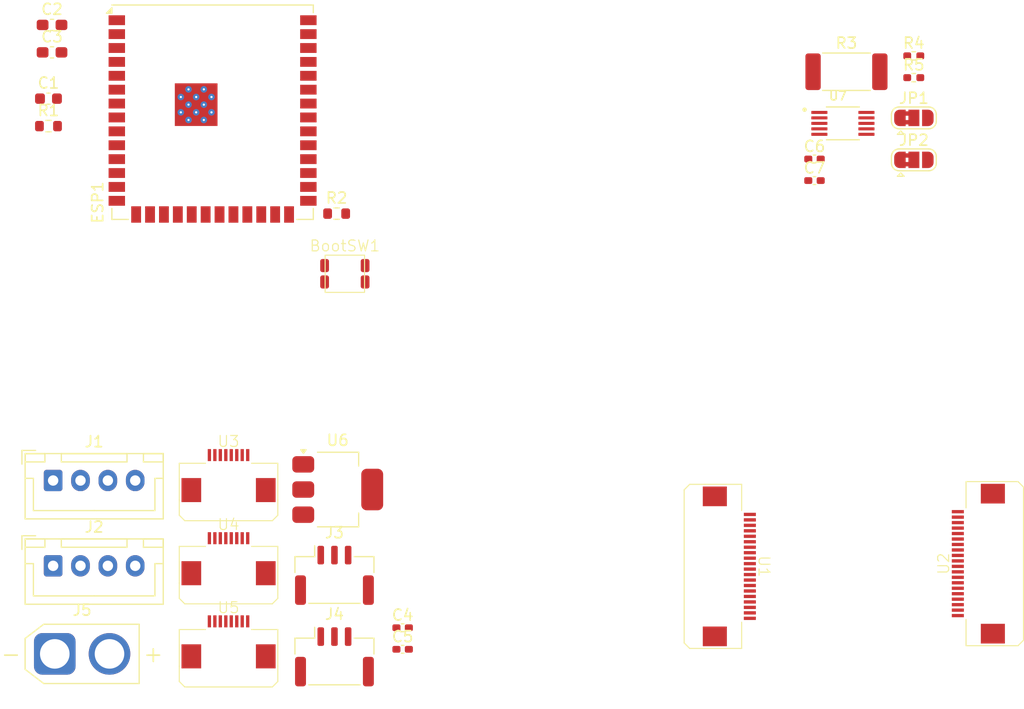
<source format=kicad_pcb>
(kicad_pcb (version 20240108) (generator "pcbnew") (generator_version "8.0")
  (layers (0 "F.Cu" signal) (31 "B.Cu" signal) (34 "B.Paste" user) (35 "F.Paste" user) (36 "B.SilkS" user "B.Silkscreen") (37 "F.SilkS" user "F.Silkscreen") (38 "B.Mask" user) (39 "F.Mask" user) (44 "Edge.Cuts" user))
  (net 0 "")
  (net 1 "Net-(ESP1-GPIO0{slash}BOOT)")
  (net 2 "GND")
  (net 3 "Net-(ESP1-EN)")
  (net 4 "+3V3")
  (net 5 "+5VS")
  (net 6 "Net-(U7-VBUS)")
  (net 7 "Net-(U7-VIN-)")
  (net 33 "Main USB +")
  (net 35 "Main USB -")
  (net 43 "+5V")
  (net 44 "Addr LED 0")
  (net 45 "Addr LED 1")
  (net 46 "+5VP")
  (net 47 "Net-(JP1-C)")
  (net 48 "Net-(JP2-C)")
  (net 49 "Disp GPIO 9")
  (net 50 "Disp GPIO 4")
  (net 51 "Disp GPIO 8")
  (net 52 "Disp GPIO 7")
  (net 53 "Disp GPIO 3")
  (net 54 "Disp GPIO 11")
  (net 55 "Disp GPIO 1")
  (net 56 "Disp GPIO 14")
  (net 57 "Disp GPIO 6")
  (net 58 "Disp GPIO 2")
  (net 59 "Disp GPIO 10")
  (net 60 "Disp GPIO 0")
  (net 61 "Disp GPIO 12")
  (net 62 "Disp GPIO 5")
  (net 63 "Disp GPIO 13")
  (net 64 "Disp GPIO 15")
  (net 65 "UI GPIO 0")
  (net 66 "UI GPIO 2")
  (net 67 "UI GPIO 1")
  (net 68 "UI GPIO 3")
  (net 69 "Main UART RX")
  (net 70 "Main UART TX")
  (net 71 "I2C SDA")
  (net 72 "I2C SCL")
  (footprint "Resistor_SMD:R_2512_6332Metric_Pad1.40x3.35mm_HandSolder" (layer "F.Cu") (at 115.325 93.78)
    (property "Reference" "R3" (at 0 -2.62 0) (layer "F.SilkS"))
    (property "Value" "Shunt CRF2512-FZ-R002ELF")
    (fp_line (start -2.177064 -1.71) (end 2.177064 -1.71) (stroke (width 0.12)) (layer "F.SilkS"))
    (fp_line (start -2.177064 1.71) (end 2.177064 1.71) (stroke (width 0.12)) (layer "F.SilkS"))
    (pad "1" smd roundrect (at -3.05 0) (size 1.4 3.35) (layers "F.Cu" "F.Paste" "F.Mask") (roundrect_rratio 0.178571) (net 5 "+5VS"))
    (pad "2" smd roundrect (at 3.05 0) (size 1.4 3.35) (layers "F.Cu" "F.Paste" "F.Mask") (roundrect_rratio 0.178571) (net 46 "+5VP"))
  )
  (footprint "Jumper:SolderJumper-3_P1.3mm_Bridged2Bar12_RoundedPad1.0x1.5mm" (layer "F.Cu") (at 121.485 101.835)
    (property "Reference" "JP2" (at 0 -1.8 0) (layer "F.SilkS"))
    (property "Value" "Bit Set")
    (fp_poly (pts (xy -0.9 -0.6) (xy -0.4 -0.6) (xy -0.4 -0.2) (xy -0.9 -0.2)) (fill solid) (layer "F.Cu"))
    (fp_poly (pts (xy -0.9 0.2) (xy -0.4 0.2) (xy -0.4 0.6) (xy -0.9 0.6)) (fill solid) (layer "F.Cu"))
    (fp_line (start -2.05 0.3) (end -2.05 -0.3) (stroke (width 0.12)) (layer "F.SilkS"))
    (fp_line (start -1.5 1.5) (end -0.9 1.5) (stroke (width 0.12)) (layer "F.SilkS"))
    (fp_line (start -1.4 -1) (end 1.4 -1) (stroke (width 0.12)) (layer "F.SilkS"))
    (fp_line (start -1.2 1.2) (end -1.5 1.5) (stroke (width 0.12)) (layer "F.SilkS"))
    (fp_line (start -1.2 1.2) (end -0.9 1.5) (stroke (width 0.12)) (layer "F.SilkS"))
    (fp_line (start 1.4 1) (end -1.4 1) (stroke (width 0.12)) (layer "F.SilkS"))
    (fp_line (start 2.05 -0.3) (end 2.05 0.3) (stroke (width 0.12)) (layer "F.SilkS"))
    (fp_arc (start -2.05 -0.3) (mid -1.844975 -0.794975) (end -1.35 -1) (stroke (width 0.12)) (layer "F.SilkS"))
    (fp_arc (start -1.35 1) (mid -1.844975 0.794975) (end -2.05 0.3) (stroke (width 0.12)) (layer "F.SilkS"))
    (fp_arc (start 1.35 -1) (mid 1.844975 -0.794975) (end 2.05 -0.3) (stroke (width 0.12)) (layer "F.SilkS"))
    (fp_arc (start 2.05 0.3) (mid 1.844975 0.794975) (end 1.35 1) (stroke (width 0.12)) (layer "F.SilkS"))
    (pad "1" smd custom (at -1.3 0) (size 1 0.5) (layers "F.Cu" "F.Mask") (net 2 "GND") (options (clearance outline) (anchor rect)) (primitives (gr_circle (center 0 0.25) (end 0.5 0.25) (width 0) (fill yes)) (gr_circle (center 0 -0.25) (end 0.5 -0.25) (width 0) (fill yes)) (gr_poly (pts (xy 0.55 0.75) (xy 0 0.75) (xy 0 -0.75) (xy 0.55 -0.75)) (width 0) (fill yes))))
    (pad "2" smd rect (at 0 0) (size 1 1.5) (layers "F.Cu" "F.Mask") (net 48 "Net-(JP2-C)"))
    (pad "3" smd custom (at 1.3 0) (size 1 0.5) (layers "F.Cu" "F.Mask") (net 4 "+3V3") (options (clearance outline) (anchor rect)) (primitives (gr_circle (center 0 0.25) (end 0.5 0.25) (width 0) (fill yes)) (gr_circle (center 0 -0.25) (end 0.5 -0.25) (width 0) (fill yes)) (gr_poly (pts (xy 0 0.75) (xy -0.55 0.75) (xy -0.55 -0.75) (xy 0 -0.75)) (width 0) (fill yes))))
  )
  (footprint "Capacitor_SMD:C_0402_1005Metric_Pad0.74x0.62mm_HandSolder" (layer "F.Cu") (at 74.78 146.58)
    (property "Reference" "C5" (at 0 -1.16 0) (layer "F.SilkS"))
    (property "Value" "10uf")
    (fp_line (start -0.115835 -0.36) (end 0.115835 -0.36) (stroke (width 0.12)) (layer "F.SilkS"))
    (fp_line (start -0.115835 0.36) (end 0.115835 0.36) (stroke (width 0.12)) (layer "F.SilkS"))
    (pad "1" smd roundrect (at -0.5675 0) (size 0.735 0.62) (layers "F.Cu" "F.Paste" "F.Mask") (net 4 "+3V3"))
    (pad "2" smd roundrect (at 0.5675 0) (size 0.735 0.62) (layers "F.Cu" "F.Paste" "F.Mask") (net 2 "GND"))
  )
  (footprint "Connector_JST:JST_GH_SM03B-GHS-TB_1x03-1MP_P1.25mm_Horizontal" (layer "F.Cu") (at 68.55 147.27)
    (property "Reference" "J4" (at 0 -3.9 0) (layer "F.SilkS"))
    (property "Value" "L1 JST")
    (fp_line (start -3.61 -1.71) (end -1.81 -1.71) (stroke (width 0.12)) (layer "F.SilkS"))
    (fp_line (start -3.61 -0.26) (end -3.61 -1.71) (stroke (width 0.12)) (layer "F.SilkS"))
    (fp_line (start -2.34 2.56) (end 2.34 2.56) (stroke (width 0.12)) (layer "F.SilkS"))
    (fp_line (start -1.81 -1.71) (end -1.81 -2.7) (stroke (width 0.12)) (layer "F.SilkS"))
    (fp_line (start 3.61 -1.71) (end 1.81 -1.71) (stroke (width 0.12)) (layer "F.SilkS"))
    (fp_line (start 3.61 -0.26) (end 3.61 -1.71) (stroke (width 0.12)) (layer "F.SilkS"))
    (pad "1" smd roundrect (at -1.25 -1.85) (size 0.6 1.7) (layers "F.Cu" "F.Paste" "F.Mask") (net 43 "+5V"))
    (pad "2" smd roundrect (at 0 -1.85) (size 0.6 1.7) (layers "F.Cu" "F.Paste" "F.Mask") (net 45 "Addr LED 1"))
    (pad "3" smd roundrect (at 1.25 -1.85) (size 0.6 1.7) (layers "F.Cu" "F.Paste" "F.Mask") (net 2 "GND"))
    (pad "MP" smd roundrect (at -3.1 1.35) (size 1 2.7) (layers "F.Cu" "F.Paste" "F.Mask"))
    (pad "MP" smd roundrect (at 3.1 1.35) (size 1 2.7) (layers "F.Cu" "F.Paste" "F.Mask"))
  )
  (footprint "Connector_JST:JST_XH_B4B-XH-A_1x04_P2.50mm_Vertical" (layer "F.Cu") (at 42.85 138.95)
    (property "Reference" "J2" (at 3.75 -3.55 0) (layer "F.SilkS"))
    (property "Value" "D1 FFC")
    (fp_line (start -2.85 -2.75) (end -2.85 -1.5) (stroke (width 0.12)) (layer "F.SilkS"))
    (fp_line (start -2.56 -2.46) (end -2.56 3.51) (stroke (width 0.12)) (layer "F.SilkS"))
    (fp_line (start -2.56 3.51) (end 10.06 3.51) (stroke (width 0.12)) (layer "F.SilkS"))
    (fp_line (start -2.55 -2.45) (end -2.55 -1.7) (stroke (width 0.12)) (layer "F.SilkS"))
    (fp_line (start -2.55 -1.7) (end -0.75 -1.7) (stroke (width 0.12)) (layer "F.SilkS"))
    (fp_line (start -2.55 -0.2) (end -1.8 -0.2) (stroke (width 0.12)) (layer "F.SilkS"))
    (fp_line (start -1.8 -0.2) (end -1.8 2.75) (stroke (width 0.12)) (layer "F.SilkS"))
    (fp_line (start -1.8 2.75) (end 3.75 2.75) (stroke (width 0.12)) (layer "F.SilkS"))
    (fp_line (start -1.6 -2.75) (end -2.85 -2.75) (stroke (width 0.12)) (layer "F.SilkS"))
    (fp_line (start -0.75 -2.45) (end -2.55 -2.45) (stroke (width 0.12)) (layer "F.SilkS"))
    (fp_line (start -0.75 -1.7) (end -0.75 -2.45) (stroke (width 0.12)) (layer "F.SilkS"))
    (fp_line (start 0.75 -2.45) (end 0.75 -1.7) (stroke (width 0.12)) (layer "F.SilkS"))
    (fp_line (start 0.75 -1.7) (end 6.75 -1.7) (stroke (width 0.12)) (layer "F.SilkS"))
    (fp_line (start 6.75 -2.45) (end 0.75 -2.45) (stroke (width 0.12)) (layer "F.SilkS"))
    (fp_line (start 6.75 -1.7) (end 6.75 -2.45) (stroke (width 0.12)) (layer "F.SilkS"))
    (fp_line (start 8.25 -2.45) (end 8.25 -1.7) (stroke (width 0.12)) (layer "F.SilkS"))
    (fp_line (start 8.25 -1.7) (end 10.05 -1.7) (stroke (width 0.12)) (layer "F.SilkS"))
    (fp_line (start 9.3 -0.2) (end 9.3 2.75) (stroke (width 0.12)) (layer "F.SilkS"))
    (fp_line (start 9.3 2.75) (end 3.75 2.75) (stroke (width 0.12)) (layer "F.SilkS"))
    (fp_line (start 10.05 -2.45) (end 8.25 -2.45) (stroke (width 0.12)) (layer "F.SilkS"))
    (fp_line (start 10.05 -1.7) (end 10.05 -2.45) (stroke (width 0.12)) (layer "F.SilkS"))
    (fp_line (start 10.05 -0.2) (end 9.3 -0.2) (stroke (width 0.12)) (layer "F.SilkS"))
    (fp_line (start 10.06 -2.46) (end -2.56 -2.46) (stroke (width 0.12)) (layer "F.SilkS"))
    (fp_line (start 10.06 3.51) (end 10.06 -2.46) (stroke (width 0.12)) (layer "F.SilkS"))
    (pad "1" thru_hole roundrect (at 0 0) (size 1.7 1.95) (drill 0.95) (layers "*.Cu" "*.Mask") (roundrect_rratio 0.147059) (net 2 "GND"))
    (pad "2" thru_hole oval (at 2.5 0) (size 1.7 1.95) (drill 0.95) (layers "*.Cu" "*.Mask") (net 43 "+5V"))
    (pad "3" thru_hole oval (at 5 0) (size 1.7 1.95) (drill 0.95) (layers "*.Cu" "*.Mask") (net 43 "+5V"))
    (pad "4" thru_hole oval (at 7.5 0) (size 1.7 1.95) (drill 0.95) (layers "*.Cu" "*.Mask") (net 2 "GND"))
  )
  (footprint "Capacitor_SMD:C_0603_1608Metric_Pad1.08x0.95mm_HandSolder" (layer "F.Cu") (at 42.75 89.5)
    (property "Reference" "C2" (at 0 -1.43 0) (layer "F.SilkS"))
    (property "Value" "22uF")
    (fp_line (start -0.146267 -0.51) (end 0.146267 -0.51) (stroke (width 0.12)) (layer "F.SilkS"))
    (fp_line (start -0.146267 0.51) (end 0.146267 0.51) (stroke (width 0.12)) (layer "F.SilkS"))
    (pad "1" smd roundrect (at -0.8625 0) (size 1.075 0.95) (layers "F.Cu" "F.Paste" "F.Mask") (net 4 "+3V3"))
    (pad "2" smd roundrect (at 0.8625 0) (size 1.075 0.95) (layers "F.Cu" "F.Paste" "F.Mask") (net 2 "GND"))
  )
  (footprint "Jumper:SolderJumper-3_P1.3mm_Bridged2Bar12_RoundedPad1.0x1.5mm" (layer "F.Cu") (at 121.485 98)
    (property "Reference" "JP1" (at 0 -1.8 0) (layer "F.SilkS"))
    (property "Value" "Bit Set")
    (fp_poly (pts (xy -0.9 -0.6) (xy -0.4 -0.6) (xy -0.4 -0.2) (xy -0.9 -0.2)) (fill solid) (layer "F.Cu"))
    (fp_poly (pts (xy -0.9 0.2) (xy -0.4 0.2) (xy -0.4 0.6) (xy -0.9 0.6)) (fill solid) (layer "F.Cu"))
    (fp_line (start -2.05 0.3) (end -2.05 -0.3) (stroke (width 0.12)) (layer "F.SilkS"))
    (fp_line (start -1.5 1.5) (end -0.9 1.5) (stroke (width 0.12)) (layer "F.SilkS"))
    (fp_line (start -1.4 -1) (end 1.4 -1) (stroke (width 0.12)) (layer "F.SilkS"))
    (fp_line (start -1.2 1.2) (end -1.5 1.5) (stroke (width 0.12)) (layer "F.SilkS"))
    (fp_line (start -1.2 1.2) (end -0.9 1.5) (stroke (width 0.12)) (layer "F.SilkS"))
    (fp_line (start 1.4 1) (end -1.4 1) (stroke (width 0.12)) (layer "F.SilkS"))
    (fp_line (start 2.05 -0.3) (end 2.05 0.3) (stroke (width 0.12)) (layer "F.SilkS"))
    (fp_arc (start -2.05 -0.3) (mid -1.844975 -0.794975) (end -1.35 -1) (stroke (width 0.12)) (layer "F.SilkS"))
    (fp_arc (start -1.35 1) (mid -1.844975 0.794975) (end -2.05 0.3) (stroke (width 0.12)) (layer "F.SilkS"))
    (fp_arc (start 1.35 -1) (mid 1.844975 -0.794975) (end 2.05 -0.3) (stroke (width 0.12)) (layer "F.SilkS"))
    (fp_arc (start 2.05 0.3) (mid 1.844975 0.794975) (end 1.35 1) (stroke (width 0.12)) (layer "F.SilkS"))
    (pad "1" smd custom (at -1.3 0) (size 1 0.5) (layers "F.Cu" "F.Mask") (net 2 "GND") (options (clearance outline) (anchor rect)) (primitives (gr_circle (center 0 0.25) (end 0.5 0.25) (width 0) (fill yes)) (gr_circle (center 0 -0.25) (end 0.5 -0.25) (width 0) (fill yes)) (gr_poly (pts (xy 0.55 0.75) (xy 0 0.75) (xy 0 -0.75) (xy 0.55 -0.75)) (width 0) (fill yes))))
    (pad "2" smd rect (at 0 0) (size 1 1.5) (layers "F.Cu" "F.Mask") (net 47 "Net-(JP1-C)"))
    (pad "3" smd custom (at 1.3 0) (size 1 0.5) (layers "F.Cu" "F.Mask") (net 4 "+3V3") (options (clearance outline) (anchor rect)) (primitives (gr_circle (center 0 0.25) (end 0.5 0.25) (width 0) (fill yes)) (gr_circle (center 0 -0.25) (end 0.5 -0.25) (width 0) (fill yes)) (gr_poly (pts (xy 0 0.75) (xy -0.55 0.75) (xy -0.55 -0.75) (xy 0 -0.75)) (width 0) (fill yes))))
  )
  (footprint "Resistor_SMD:R_0402_1005Metric_Pad0.72x0.64mm_HandSolder" (layer "F.Cu") (at 121.475 92.33)
    (property "Reference" "R4" (at 0 -1.17 0) (layer "F.SilkS"))
    (property "Value" "10")
    (fp_line (start -0.167621 -0.38) (end 0.167621 -0.38) (stroke (width 0.12)) (layer "F.SilkS"))
    (fp_line (start -0.167621 0.38) (end 0.167621 0.38) (stroke (width 0.12)) (layer "F.SilkS"))
    (pad "1" smd roundrect (at -0.5975 0) (size 0.715 0.64) (layers "F.Cu" "F.Paste" "F.Mask") (net 5 "+5VS"))
    (pad "2" smd roundrect (at 0.5975 0) (size 0.715 0.64) (layers "F.Cu" "F.Paste" "F.Mask") (net 6 "Net-(U7-VBUS)"))
  )
  (footprint "Resistor_SMD:R_0603_1608Metric" (layer "F.Cu") (at 42.425 98.75)
    (property "Reference" "R1" (at 0 -1.43 0) (layer "F.SilkS"))
    (property "Value" "10K")
    (fp_line (start -0.237258 -0.5225) (end 0.237258 -0.5225) (stroke (width 0.12)) (layer "F.SilkS"))
    (fp_line (start -0.237258 0.5225) (end 0.237258 0.5225) (stroke (width 0.12)) (layer "F.SilkS"))
    (pad "1" smd roundrect (at -0.825 0) (size 0.8 0.95) (layers "F.Cu" "F.Paste" "F.Mask") (net 4 "+3V3"))
    (pad "2" smd roundrect (at 0.825 0) (size 0.8 0.95) (layers "F.Cu" "F.Paste" "F.Mask") (net 3 "Net-(ESP1-EN)"))
  )
  (footprint "FFC:FFC-20-0.5" (layer "F.Cu") (at 105.85 139 -90)
    (property "Reference" "U1" (at 0 -1.95 -90) (layer "F.SilkS") (effects (font (thickness 0.1))))
    (property "Value" "D0 FFC")
    (fp_line (start -7 5.35) (end 7 5.35) (stroke (width 0.1)) (layer "F.SilkS"))
    (fp_line (start -7 5.35) (end -7.5 4.849999) (stroke (width 0.1)) (layer "F.SilkS"))
    (fp_line (start 7 5.35) (end 7.5 4.849999) (stroke (width 0.1)) (layer "F.SilkS"))
    (fp_line (start -7.5 4.849999) (end -7.5 3.45) (stroke (width 0.1)) (layer "F.SilkS"))
    (fp_line (start 7.5 4.849999) (end 7.5 3.45) (stroke (width 0.1)) (layer "F.SilkS"))
    (fp_line (start -7.5 3.45) (end -7.5 0.1) (stroke (width 0.1)) (layer "F.SilkS"))
    (fp_line (start -7.5 0.1) (end -5.1 0.1) (stroke (width 0.1)) (layer "F.SilkS"))
    (fp_line (start 5.1 0.1) (end 7.5 0.1) (stroke (width 0.1)) (layer "F.SilkS"))
    (fp_line (start 7.5 0.1) (end 7.5 3.45) (stroke (width 0.1)) (layer "F.SilkS"))
    (pad "" smd rect (at -6.4 2.55 270) (size 1.8 2.2) (layers "F.Cu" "F.Paste" "F.Mask"))
    (pad "" smd rect (at 6.4 2.55 270) (size 1.8 2.2) (layers "F.Cu" "F.Paste" "F.Mask"))
    (pad "1" smd rect (at -4.75 -0.65 270) (size 0.3 1.1) (layers "F.Cu" "F.Paste" "F.Mask") (net 2 "GND"))
    (pad "2" smd rect (at -4.25 -0.65 270) (size 0.3 1.1) (layers "F.Cu" "F.Paste" "F.Mask") (net 60 "Disp GPIO 0"))
    (pad "3" smd rect (at -3.75 -0.649999 270) (size 0.3 1.1) (layers "F.Cu" "F.Paste" "F.Mask") (net 55 "Disp GPIO 1"))
    (pad "4" smd rect (at -3.25 -0.65 270) (size 0.3 1.1) (layers "F.Cu" "F.Paste" "F.Mask") (net 58 "Disp GPIO 2"))
    (pad "5" smd rect (at -2.75 -0.65 270) (size 0.3 1.1) (layers "F.Cu" "F.Paste" "F.Mask") (net 53 "Disp GPIO 3"))
    (pad "6" smd rect (at -2.249999 -0.65 270) (size 0.3 1.1) (layers "F.Cu" "F.Paste" "F.Mask") (net 50 "Disp GPIO 4"))
    (pad "7" smd rect (at -1.75 -0.65 270) (size 0.3 1.1) (layers "F.Cu" "F.Paste" "F.Mask") (net 62 "Disp GPIO 5"))
    (pad "8" smd rect (at -1.250001 -0.65 270) (size 0.3 1.1) (layers "F.Cu" "F.Paste" "F.Mask") (net 57 "Disp GPIO 6"))
    (pad "9" smd rect (at -0.75 -0.65 270) (size 0.3 1.1) (layers "F.Cu" "F.Paste" "F.Mask") (net 43 "+5V"))
    (pad "10" smd rect (at -0.25 -0.65 270) (size 0.3 1.1) (layers "F.Cu" "F.Paste" "F.Mask") (net 52 "Disp GPIO 7"))
    (pad "11" smd rect (at 0.250001 -0.65 270) (size 0.3 1.1) (layers "F.Cu" "F.Paste" "F.Mask") (net 51 "Disp GPIO 8"))
    (pad "12" smd rect (at 0.75 -0.65 270) (size 0.3 1.1) (layers "F.Cu" "F.Paste" "F.Mask") (net 43 "+5V"))
    (pad "13" smd rect (at 1.249999 -0.65 270) (size 0.3 1.1) (layers "F.Cu" "F.Paste" "F.Mask") (net 49 "Disp GPIO 9"))
    (pad "14" smd rect (at 1.75 -0.65 270) (size 0.3 1.1) (layers "F.Cu" "F.Paste" "F.Mask") (net 59 "Disp GPIO 10"))
    (pad "15" smd rect (at 2.25 -0.65 270) (size 0.3 1.1) (layers "F.Cu" "F.Paste" "F.Mask") (net 54 "Disp GPIO 11"))
    (pad "16" smd rect (at 2.75 -0.649999 270) (size 0.3 1.1) (layers "F.Cu" "F.Paste" "F.Mask") (net 61 "Disp GPIO 12"))
    (pad "17" smd rect (at 3.25 -0.65 270) (size 0.3 1.1) (layers "F.Cu" "F.Paste" "F.Mask") (net 63 "Disp GPIO 13"))
    (pad "18" smd rect (at 3.75 -0.65 270) (size 0.3 1.1) (layers "F.Cu" "F.Paste" "F.Mask") (net 56 "Disp GPIO 14"))
    (pad "19" smd rect (at 4.25 -0.65 270) (size 0.3 1.1) (layers "F.Cu" "F.Paste" "F.Mask") (net 64 "Disp GPIO 15"))
    (pad "20" smd rect (at 4.75 -0.65 270) (size 0.3 1.1) (layers "F.Cu" "F.Paste" "F.Mask") (net 2 "GND"))
  )
  (footprint "FFC:FFC-8-0.5" (layer "F.Cu") (at 58.875 129.475)
    (property "Reference" "U3" (at 0 -1.9 0) (layer "F.SilkS") (effects (font (thickness 0.1))))
    (property "Value" "U FFC")
    (fp_line (start -4.5 0.1) (end -2.1 0.1) (stroke (width 0.1)) (layer "F.SilkS"))
    (fp_line (start -4.5 3.45) (end -4.5 0.1) (stroke (width 0.1)) (layer "F.SilkS"))
    (fp_line (start -4.5 4.849999) (end -4.5 3.45) (stroke (width 0.1)) (layer "F.SilkS"))
    (fp_line (start -4 5.35) (end -4.5 4.849999) (stroke (width 0.1)) (layer "F.SilkS"))
    (fp_line (start -4 5.35) (end 4 5.35) (stroke (width 0.1)) (layer "F.SilkS"))
    (fp_line (start 2.1 0.1) (end 4.5 0.1) (stroke (width 0.1)) (layer "F.SilkS"))
    (fp_line (start 4 5.35) (end 4.5 4.849999) (stroke (width 0.1)) (layer "F.SilkS"))
    (fp_line (start 4.5 0.1) (end 4.5 3.45) (stroke (width 0.1)) (layer "F.SilkS"))
    (fp_line (start 4.5 4.849999) (end 4.5 3.45) (stroke (width 0.1)) (layer "F.SilkS"))
    (pad "" smd rect (at -3.4 2.55) (size 1.8 2.2) (layers "F.Cu" "F.Paste" "F.Mask"))
    (pad "" smd rect (at 3.4 2.55) (size 1.8 2.2) (layers "F.Cu" "F.Paste" "F.Mask"))
    (pad "1" smd rect (at -1.75 -0.65) (size 0.3 1.1) (layers "F.Cu" "F.Paste" "F.Mask") (net 2 "GND"))
    (pad "2" smd rect (at -1.25 -0.65) (size 0.3 1.1) (layers "F.Cu" "F.Paste" "F.Mask") (net 65 "UI GPIO 0"))
    (pad "3" smd rect (at -0.75 -0.649999) (size 0.3 1.1) (layers "F.Cu" "F.Paste" "F.Mask") (net 67 "UI GPIO 1"))
    (pad "4" smd rect (at -0.25 -0.65) (size 0.3 1.1) (layers "F.Cu" "F.Paste" "F.Mask") (net 43 "+5V"))
    (pad "5" smd rect (at 0.25 -0.65) (size 0.3 1.1) (layers "F.Cu" "F.Paste" "F.Mask") (net 43 "+5V"))
    (pad "6" smd rect (at 0.750001 -0.65) (size 0.3 1.1) (layers "F.Cu" "F.Paste" "F.Mask") (net 66 "UI GPIO 2"))
    (pad "7" smd rect (at 1.25 -0.65) (size 0.3 1.1) (layers "F.Cu" "F.Paste" "F.Mask") (net 68 "UI GPIO 3"))
    (pad "8" smd rect (at 1.749999 -0.65) (size 0.3 1.1) (layers "F.Cu" "F.Paste" "F.Mask") (net 2 "GND"))
  )
  (footprint "INA220:SOP50P490X110-10N" (layer "F.Cu") (at 115 98.5)
    (property "Reference" "U7" (at -0.46 -2.508 0) (layer "F.SilkS") (effects (font (size 0.8 0.8))))
    (property "Value" "INA220AIDGSR")
    (fp_line (start -1.5 -1.5) (end 1.5 -1.5) (stroke (width 0.127)) (layer "F.SilkS"))
    (fp_line (start -1.5 1.5) (end 1.5 1.5) (stroke (width 0.127)) (layer "F.SilkS"))
    (fp_circle (center -3.5 -1.25) (end -3.4 -1.25) (stroke (width 0.2)) (fill none) (layer "F.SilkS"))
    (pad "1" smd roundrect (at -2.15 -1) (size 1.47 0.28) (layers "F.Cu" "F.Paste" "F.Mask") (roundrect_rratio 0.125) (net 47 "Net-(JP1-C)"))
    (pad "2" smd roundrect (at -2.15 -0.5) (size 1.47 0.28) (layers "F.Cu" "F.Paste" "F.Mask") (roundrect_rratio 0.125) (net 48 "Net-(JP2-C)"))
    (pad "3" smd roundrect (at -2.15 0) (size 1.47 0.28) (layers "F.Cu" "F.Paste" "F.Mask") (roundrect_rratio 0.125))
    (pad "4" smd roundrect (at -2.15 0.5) (size 1.47 0.28) (layers "F.Cu" "F.Paste" "F.Mask") (roundrect_rratio 0.125) (net 71 "I2C SDA"))
    (pad "5" smd roundrect (at -2.15 1) (size 1.47 0.28) (layers "F.Cu" "F.Paste" "F.Mask") (roundrect_rratio 0.125) (net 72 "I2C SCL"))
    (pad "6" smd roundrect (at 2.15 1) (size 1.47 0.28) (layers "F.Cu" "F.Paste" "F.Mask") (roundrect_rratio 0.125) (net 4 "+3V3"))
    (pad "7" smd roundrect (at 2.15 0.5) (size 1.47 0.28) (layers "F.Cu" "F.Paste" "F.Mask") (roundrect_rratio 0.125) (net 2 "GND"))
    (pad "8" smd roundrect (at 2.15 0) (size 1.47 0.28) (layers "F.Cu" "F.Paste" "F.Mask") (roundrect_rratio 0.125) (net 6 "Net-(U7-VBUS)"))
    (pad "9" smd roundrect (at 2.15 -0.5) (size 1.47 0.28) (layers "F.Cu" "F.Paste" "F.Mask") (roundrect_rratio 0.125) (net 7 "Net-(U7-VIN-)"))
    (pad "10" smd roundrect (at 2.15 -1) (size 1.47 0.28) (layers "F.Cu" "F.Paste" "F.Mask") (roundrect_rratio 0.125) (net 6 "Net-(U7-VBUS)"))
  )
  (footprint "Resistor_SMD:R_0603_1608Metric" (layer "F.Cu") (at 68.75 106.75)
    (property "Reference" "R2" (at 0 -1.43 0) (layer "F.SilkS"))
    (property "Value" "10K")
    (fp_line (start -0.237258 -0.5225) (end 0.237258 -0.5225) (stroke (width 0.12)) (layer "F.SilkS"))
    (fp_line (start -0.237258 0.5225) (end 0.237258 0.5225) (stroke (width 0.12)) (layer "F.SilkS"))
    (pad "1" smd roundrect (at -0.825 0) (size 0.8 0.95) (layers "F.Cu" "F.Paste" "F.Mask") (net 4 "+3V3"))
    (pad "2" smd roundrect (at 0.825 0) (size 0.8 0.95) (layers "F.Cu" "F.Paste" "F.Mask") (net 1 "Net-(ESP1-GPIO0{slash}BOOT)"))
  )
  (footprint "Capacitor_SMD:C_0402_1005Metric_Pad0.74x0.62mm_HandSolder" (layer "F.Cu") (at 74.78 144.61)
    (property "Reference" "C4" (at 0 -1.16 0) (layer "F.SilkS"))
    (property "Value" "0.1uf")
    (fp_line (start -0.115835 -0.36) (end 0.115835 -0.36) (stroke (width 0.12)) (layer "F.SilkS"))
    (fp_line (start -0.115835 0.36) (end 0.115835 0.36) (stroke (width 0.12)) (layer "F.SilkS"))
    (pad "1" smd roundrect (at -0.5675 0) (size 0.735 0.62) (layers "F.Cu" "F.Paste" "F.Mask") (net 5 "+5VS"))
    (pad "2" smd roundrect (at 0.5675 0) (size 0.735 0.62) (layers "F.Cu" "F.Paste" "F.Mask") (net 2 "GND"))
  )
  (footprint "Capacitor_SMD:C_0402_1005Metric_Pad0.74x0.62mm_HandSolder" (layer "F.Cu") (at 112.405 103.73)
    (property "Reference" "C7" (at 0 -1.16 0) (layer "F.SilkS"))
    (property "Value" "0.1uF")
    (fp_line (start -0.115835 -0.36) (end 0.115835 -0.36) (stroke (width 0.12)) (layer "F.SilkS"))
    (fp_line (start -0.115835 0.36) (end 0.115835 0.36) (stroke (width 0.12)) (layer "F.SilkS"))
    (pad "1" smd roundrect (at -0.5675 0) (size 0.735 0.62) (layers "F.Cu" "F.Paste" "F.Mask") (net 4 "+3V3"))
    (pad "2" smd roundrect (at 0.5675 0) (size 0.735 0.62) (layers "F.Cu" "F.Paste" "F.Mask") (net 2 "GND"))
  )
  (footprint "Package_TO_SOT_SMD:SOT-223-3_TabPin2" (layer "F.Cu") (at 68.85 131.975)
    (property "Reference" "U6" (at 0 -4.5 0) (layer "F.SilkS"))
    (property "Value" "LD1117S33TR_SOT223")
    (fp_line (start -1.85 -3.41) (end 1.91 -3.41) (stroke (width 0.12)) (layer "F.SilkS"))
    (fp_line (start -1.85 3.41) (end 1.91 3.41) (stroke (width 0.12)) (layer "F.SilkS"))
    (fp_line (start 1.91 -3.41) (end 1.91 -2.15) (stroke (width 0.12)) (layer "F.SilkS"))
    (fp_line (start 1.91 3.41) (end 1.91 2.15) (stroke (width 0.12)) (layer "F.SilkS"))
    (fp_poly (pts (xy -3.13 -3.31) (xy -3.37 -3.64) (xy -2.89 -3.64) (xy -3.13 -3.31)) (stroke (width 0.12)) (fill solid) (layer "F.SilkS"))
    (pad "1" smd roundrect (at -3.15 -2.3) (size 2 1.5) (layers "F.Cu" "F.Paste" "F.Mask") (net 2 "GND"))
    (pad "2" smd roundrect (at -3.15 0) (size 2 1.5) (layers "F.Cu" "F.Paste" "F.Mask") (net 4 "+3V3"))
    (pad "2" smd roundrect (at 3.15 0) (size 2 3.8) (layers "F.Cu" "F.Paste" "F.Mask") (net 4 "+3V3"))
    (pad "3" smd roundrect (at -3.15 2.3) (size 2 1.5) (layers "F.Cu" "F.Paste" "F.Mask") (net 5 "+5VS"))
  )
  (footprint "Resistor_SMD:R_0402_1005Metric_Pad0.72x0.64mm_HandSolder" (layer "F.Cu") (at 121.475 94.32)
    (property "Reference" "R5" (at 0 -1.17 0) (layer "F.SilkS"))
    (property "Value" "10")
    (fp_line (start -0.167621 -0.38) (end 0.167621 -0.38) (stroke (width 0.12)) (layer "F.SilkS"))
    (fp_line (start -0.167621 0.38) (end 0.167621 0.38) (stroke (width 0.12)) (layer "F.SilkS"))
    (pad "1" smd roundrect (at -0.5975 0) (size 0.715 0.64) (layers "F.Cu" "F.Paste" "F.Mask") (net 46 "+5VP"))
    (pad "2" smd roundrect (at 0.5975 0) (size 0.715 0.64) (layers "F.Cu" "F.Paste" "F.Mask") (net 7 "Net-(U7-VIN-)"))
  )
  (footprint "Capacitor_SMD:C_0402_1005Metric_Pad0.74x0.62mm_HandSolder" (layer "F.Cu") (at 112.405 101.76)
    (property "Reference" "C6" (at 0 -1.16 0) (layer "F.SilkS"))
    (property "Value" "1uF")
    (fp_line (start -0.115835 -0.36) (end 0.115835 -0.36) (stroke (width 0.12)) (layer "F.SilkS"))
    (fp_line (start -0.115835 0.36) (end 0.115835 0.36) (stroke (width 0.12)) (layer "F.SilkS"))
    (pad "1" smd roundrect (at -0.5675 0) (size 0.735 0.62) (layers "F.Cu" "F.Paste" "F.Mask") (net 6 "Net-(U7-VBUS)"))
    (pad "2" smd roundrect (at 0.5675 0) (size 0.735 0.62) (layers "F.Cu" "F.Paste" "F.Mask") (net 7 "Net-(U7-VIN-)"))
  )
  (footprint "Buttons:R-667843" (layer "F.Cu") (at 69.5 112.25)
    (property "Reference" "BootSW1" (at 0 -2.55 0) (layer "F.SilkS") (effects (font (thickness 0.1))))
    (property "Value" "SW_Push")
    (fp_rect (start -1.8 -1.7) (end 1.8 1.7) (stroke (width 0.1)) (fill none) (layer "F.SilkS"))
    (pad "1" smd roundrect (at -1.85 -0.75) (size 0.8 1.2) (layers "F.Cu" "F.Paste" "F.Mask") (net 1 "Net-(ESP1-GPIO0{slash}BOOT)"))
    (pad "1" smd roundrect (at -1.85 0.75) (size 0.8 1.2) (layers "F.Cu" "F.Paste" "F.Mask") (net 1 "Net-(ESP1-GPIO0{slash}BOOT)"))
    (pad "2" smd roundrect (at 1.85 -0.75) (size 0.8 1.2) (layers "F.Cu" "F.Paste" "F.Mask") (net 2 "GND"))
    (pad "2" smd roundrect (at 1.85 0.75) (size 0.8 1.2) (layers "F.Cu" "F.Paste" "F.Mask") (net 2 "GND"))
  )
  (footprint "Capacitor_SMD:C_0603_1608Metric" (layer "F.Cu") (at 42.425 96.24)
    (property "Reference" "C1" (at 0 -1.43 0) (layer "F.SilkS"))
    (property "Value" "1uF")
    (fp_line (start -0.14058 -0.51) (end 0.14058 -0.51) (stroke (width 0.12)) (layer "F.SilkS"))
    (fp_line (start -0.14058 0.51) (end 0.14058 0.51) (stroke (width 0.12)) (layer "F.SilkS"))
    (pad "1" smd roundrect (at -0.775 0) (size 0.9 0.95) (layers "F.Cu" "F.Paste" "F.Mask") (net 2 "GND"))
    (pad "2" smd roundrect (at 0.775 0) (size 0.9 0.95) (layers "F.Cu" "F.Paste" "F.Mask") (net 3 "Net-(ESP1-EN)"))
  )
  (footprint "FFC:FFC-20-0.5" (layer "F.Cu") (at 126.15 138.75 90)
    (property "Reference" "U2" (at 0 -1.95 90) (layer "F.SilkS") (effects (font (thickness 0.1))))
    (property "Value" "D1 FFC")
    (fp_line (start 7.5 0.1) (end 7.5 3.45) (stroke (width 0.1)) (layer "F.SilkS"))
    (fp_line (start 5.1 0.1) (end 7.5 0.1) (stroke (width 0.1)) (layer "F.SilkS"))
    (fp_line (start -7.5 0.1) (end -5.1 0.1) (stroke (width 0.1)) (layer "F.SilkS"))
    (fp_line (start -7.5 3.45) (end -7.5 0.1) (stroke (width 0.1)) (layer "F.SilkS"))
    (fp_line (start 7.5 4.849999) (end 7.5 3.45) (stroke (width 0.1)) (layer "F.SilkS"))
    (fp_line (start -7.5 4.849999) (end -7.5 3.45) (stroke (width 0.1)) (layer "F.SilkS"))
    (fp_line (start 7 5.35) (end 7.5 4.849999) (stroke (width 0.1)) (layer "F.SilkS"))
    (fp_line (start -7 5.35) (end -7.5 4.849999) (stroke (width 0.1)) (layer "F.SilkS"))
    (fp_line (start -7 5.35) (end 7 5.35) (stroke (width 0.1)) (layer "F.SilkS"))
    (pad "" smd rect (at -6.4 2.55 90) (size 1.8 2.2) (layers "F.Cu" "F.Paste" "F.Mask"))
    (pad "" smd rect (at 6.4 2.55 90) (size 1.8 2.2) (layers "F.Cu" "F.Paste" "F.Mask"))
    (pad "1" smd rect (at -4.75 -0.65 90) (size 0.3 1.1) (layers "F.Cu" "F.Paste" "F.Mask") (net 2 "GND"))
    (pad "2" smd rect (at -4.25 -0.65 90) (size 0.3 1.1) (layers "F.Cu" "F.Paste" "F.Mask") (net 64 "Disp GPIO 15"))
    (pad "3" smd rect (at -3.75 -0.649999 90) (size 0.3 1.1) (layers "F.Cu" "F.Paste" "F.Mask") (net 56 "Disp GPIO 14"))
    (pad "4" smd rect (at -3.25 -0.65 90) (size 0.3 1.1) (layers "F.Cu" "F.Paste" "F.Mask") (net 63 "Disp GPIO 13"))
    (pad "5" smd rect (at -2.75 -0.65 90) (size 0.3 1.1) (layers "F.Cu" "F.Paste" "F.Mask") (net 61 "Disp GPIO 12"))
    (pad "6" smd rect (at -2.249999 -0.65 90) (size 0.3 1.1) (layers "F.Cu" "F.Paste" "F.Mask") (net 54 "Disp GPIO 11"))
    (pad "7" smd rect (at -1.75 -0.65 90) (size 0.3 1.1) (layers "F.Cu" "F.Paste" "F.Mask") (net 59 "Disp GPIO 10"))
    (pad "8" smd rect (at -1.250001 -0.65 90) (size 0.3 1.1) (layers "F.Cu" "F.Paste" "F.Mask") (net 49 "Disp GPIO 9"))
    (pad "9" smd rect (at -0.75 -0.65 90) (size 0.3 1.1) (layers "F.Cu" "F.Paste" "F.Mask") (net 43 "+5V"))
    (pad "10" smd rect (at -0.25 -0.65 90) (size 0.3 1.1) (layers "F.Cu" "F.Paste" "F.Mask") (net 52 "Disp GPIO 7"))
    (pad "11" smd rect (at 0.250001 -0.65 90) (size 0.3 1.1) (layers "F.Cu" "F.Paste" "F.Mask") (net 51 "Disp GPIO 8"))
    (pad "12" smd rect (at 0.75 -0.65 90) (size 0.3 1.1) (layers "F.Cu" "F.Paste" "F.Mask") (net 43 "+5V"))
    (pad "13" smd rect (at 1.249999 -0.65 90) (size 0.3 1.1) (layers "F.Cu" "F.Paste" "F.Mask") (net 57 "Disp GPIO 6"))
    (pad "14" smd rect (at 1.75 -0.65 90) (size 0.3 1.1) (layers "F.Cu" "F.Paste" "F.Mask") (net 62 "Disp GPIO 5"))
    (pad "15" smd rect (at 2.25 -0.65 90) (size 0.3 1.1) (layers "F.Cu" "F.Paste" "F.Mask") (net 50 "Disp GPIO 4"))
    (pad "16" smd rect (at 2.75 -0.649999 90) (size 0.3 1.1) (layers "F.Cu" "F.Paste" "F.Mask") (net 53 "Disp GPIO 3"))
    (pad "17" smd rect (at 3.25 -0.65 90) (size 0.3 1.1) (layers "F.Cu" "F.Paste" "F.Mask") (net 58 "Disp GPIO 2"))
    (pad "18" smd rect (at 3.75 -0.65 90) (size 0.3 1.1) (layers "F.Cu" "F.Paste" "F.Mask") (net 55 "Disp GPIO 1"))
    (pad "19" smd rect (at 4.25 -0.65 90) (size 0.3 1.1) (layers "F.Cu" "F.Paste" "F.Mask") (net 60 "Disp GPIO 0"))
    (pad "20" smd rect (at 4.75 -0.65 90) (size 0.3 1.1) (layers "F.Cu" "F.Paste" "F.Mask") (net 2 "GND"))
  )
  (footprint "FFC:FFC-8-0.5" (layer "F.Cu") (at 58.875 137.075)
    (property "Reference" "U4" (at 0 -1.9 0) (layer "F.SilkS") (effects (font (thickness 0.1))))
    (property "Value" "S FFC")
    (fp_line (start -4.5 0.1) (end -2.1 0.1) (stroke (width 0.1)) (layer "F.SilkS"))
    (fp_line (start -4.5 3.45) (end -4.5 0.1) (stroke (width 0.1)) (layer "F.SilkS"))
    (fp_line (start -4.5 4.849999) (end -4.5 3.45) (stroke (width 0.1)) (layer "F.SilkS"))
    (fp_line (start -4 5.35) (end -4.5 4.849999) (stroke (width 0.1)) (layer "F.SilkS"))
    (fp_line (start -4 5.35) (end 4 5.35) (stroke (width 0.1)) (layer "F.SilkS"))
    (fp_line (start 2.1 0.1) (end 4.5 0.1) (stroke (width 0.1)) (layer "F.SilkS"))
    (fp_line (start 4 5.35) (end 4.5 4.849999) (stroke (width 0.1)) (layer "F.SilkS"))
    (fp_line (start 4.5 0.1) (end 4.5 3.45) (stroke (width 0.1)) (layer "F.SilkS"))
    (fp_line (start 4.5 4.849999) (end 4.5 3.45) (stroke (width 0.1)) (layer "F.SilkS"))
    (pad "" smd rect (at -3.4 2.55) (size 1.8 2.2) (layers "F.Cu" "F.Paste" "F.Mask"))
    (pad "" smd rect (at 3.4 2.55) (size 1.8 2.2) (layers "F.Cu" "F.Paste" "F.Mask"))
    (pad "1" smd rect (at -1.75 -0.65) (size 0.3 1.1) (layers "F.Cu" "F.Paste" "F.Mask") (net 2 "GND"))
    (pad "2" smd rect (at -1.25 -0.65) (size 0.3 1.1) (layers "F.Cu" "F.Paste" "F.Mask") (net 69 "Main UART RX"))
    (pad "3" smd rect (at -0.75 -0.649999) (size 0.3 1.1) (layers "F.Cu" "F.Paste" "F.Mask") (net 70 "Main UART TX"))
    (pad "4" smd rect (at -0.25 -0.65) (size 0.3 1.1) (layers "F.Cu" "F.Paste" "F.Mask") (net 43 "+5V"))
    (pad "5" smd rect (at 0.25 -0.65) (size 0.3 1.1) (layers "F.Cu" "F.Paste" "F.Mask") (net 43 "+5V"))
    (pad "6" smd rect (at 0.750001 -0.65) (size 0.3 1.1) (layers "F.Cu" "F.Paste" "F.Mask") (net 33 "Main USB +"))
    (pad "7" smd rect (at 1.25 -0.65) (size 0.3 1.1) (layers "F.Cu" "F.Paste" "F.Mask") (net 35 "Main USB -"))
    (pad "8" smd rect (at 1.749999 -0.65) (size 0.3 1.1) (layers "F.Cu" "F.Paste" "F.Mask") (net 2 "GND"))
  )
  (footprint "FFC:FFC-8-0.5" (layer "F.Cu") (at 58.875 144.675)
    (property "Reference" "U5" (at 0 -1.9 0) (layer "F.SilkS") (effects (font (thickness 0.1))))
    (property "Value" "R FFC")
    (fp_line (start -4.5 0.1) (end -2.1 0.1) (stroke (width 0.1)) (layer "F.SilkS"))
    (fp_line (start -4.5 3.45) (end -4.5 0.1) (stroke (width 0.1)) (layer "F.SilkS"))
    (fp_line (start -4.5 4.849999) (end -4.5 3.45) (stroke (width 0.1)) (layer "F.SilkS"))
    (fp_line (start -4 5.35) (end -4.5 4.849999) (stroke (width 0.1)) (layer "F.SilkS"))
    (fp_line (start -4 5.35) (end 4 5.35) (stroke (width 0.1)) (layer "F.SilkS"))
    (fp_line (start 2.1 0.1) (end 4.5 0.1) (stroke (width 0.1)) (layer "F.SilkS"))
    (fp_line (start 4 5.35) (end 4.5 4.849999) (stroke (width 0.1)) (layer "F.SilkS"))
    (fp_line (start 4.5 0.1) (end 4.5 3.45) (stroke (width 0.1)) (layer "F.SilkS"))
    (fp_line (start 4.5 4.849999) (end 4.5 3.45) (stroke (width 0.1)) (layer "F.SilkS"))
    (pad "" smd rect (at -3.4 2.55) (size 1.8 2.2) (layers "F.Cu" "F.Paste" "F.Mask"))
    (pad "" smd rect (at 3.4 2.55) (size 1.8 2.2) (layers "F.Cu" "F.Paste" "F.Mask"))
    (pad "1" smd rect (at -1.75 -0.65) (size 0.3 1.1) (layers "F.Cu" "F.Paste" "F.Mask") (net 2 "GND"))
    (pad "2" smd rect (at -1.25 -0.65) (size 0.3 1.1) (layers "F.Cu" "F.Paste" "F.Mask") (net 71 "I2C SDA"))
    (pad "3" smd rect (at -0.75 -0.649999) (size 0.3 1.1) (layers "F.Cu" "F.Paste" "F.Mask") (net 72 "I2C SCL"))
    (pad "4" smd rect (at -0.25 -0.65) (size 0.3 1.1) (layers "F.Cu" "F.Paste" "F.Mask") (net 43 "+5V"))
    (pad "5" smd rect (at 0.25 -0.65) (size 0.3 1.1) (layers "F.Cu" "F.Paste" "F.Mask") (net 43 "+5V"))
    (pad "6" smd rect (at 0.750001 -0.65) (size 0.3 1.1) (layers "F.Cu" "F.Paste" "F.Mask") (net 72 "I2C SCL"))
    (pad "7" smd rect (at 1.25 -0.65) (size 0.3 1.1) (layers "F.Cu" "F.Paste" "F.Mask") (net 71 "I2C SDA"))
    (pad "8" smd rect (at 1.749999 -0.65) (size 0.3 1.1) (layers "F.Cu" "F.Paste" "F.Mask") (net 2 "GND"))
  )
  (footprint "Connector_JST:JST_GH_SM03B-GHS-TB_1x03-1MP_P1.25mm_Horizontal" (layer "F.Cu") (at 68.55 139.82)
    (property "Reference" "J3" (at 0 -3.9 0) (layer "F.SilkS"))
    (property "Value" "L0 JST")
    (fp_line (start -3.61 -1.71) (end -1.81 -1.71) (stroke (width 0.12)) (layer "F.SilkS"))
    (fp_line (start -3.61 -0.26) (end -3.61 -1.71) (stroke (width 0.12)) (layer "F.SilkS"))
    (fp_line (start -2.34 2.56) (end 2.34 2.56) (stroke (width 0.12)) (layer "F.SilkS"))
    (fp_line (start -1.81 -1.71) (end -1.81 -2.7) (stroke (width 0.12)) (layer "F.SilkS"))
    (fp_line (start 3.61 -1.71) (end 1.81 -1.71) (stroke (width 0.12)) (layer "F.SilkS"))
    (fp_line (start 3.61 -0.26) (end 3.61 -1.71) (stroke (width 0.12)) (layer "F.SilkS"))
    (pad "1" smd roundrect (at -1.25 -1.85) (size 0.6 1.7) (layers "F.Cu" "F.Paste" "F.Mask") (net 43 "+5V"))
    (pad "2" smd roundrect (at 0 -1.85) (size 0.6 1.7) (layers "F.Cu" "F.Paste" "F.Mask") (net 44 "Addr LED 0"))
    (pad "3" smd roundrect (at 1.25 -1.85) (size 0.6 1.7) (layers "F.Cu" "F.Paste" "F.Mask") (net 2 "GND"))
    (pad "MP" smd roundrect (at -3.1 1.35) (size 1 2.7) (layers "F.Cu" "F.Paste" "F.Mask"))
    (pad "MP" smd roundrect (at 3.1 1.35) (size 1 2.7) (layers "F.Cu" "F.Paste" "F.Mask"))
  )
  (footprint "RF_Module:ESP32-S3-WROOM-1U" (layer "F.Cu") (at 57.4175 97.48)
    (property "Reference" "ESP1" (at -10.5 8.25 90) (layer "F.SilkS"))
    (property "Value" "ESP32-S3-WROOM-1")
    (fp_line (start -9.2 -9.8) (end 9.2 -9.8) (stroke (width 0.12)) (layer "F.SilkS"))
    (fp_line (start -9.2 8.8) (end -9.2 9.8) (stroke (width 0.12)) (layer "F.SilkS"))
    (fp_line (start -9.2 9.8) (end -7.7 9.8) (stroke (width 0.12)) (layer "F.SilkS"))
    (fp_line (start 9.2 -9.8) (end 9.2 -9.1) (stroke (width 0.12)) (layer "F.SilkS"))
    (fp_line (start 9.2 9.8) (end 7.7 9.8) (stroke (width 0.12)) (layer "F.SilkS"))
    (fp_line (start 9.2 9.8) (end 9.2 8.8) (stroke (width 0.12)) (layer "F.SilkS"))
    (fp_poly (pts (xy -9.2 -9.05) (xy -9.7 -9.05) (xy -9.2 -9.55) (xy -9.2 -9.05)) (stroke (width 0.12)) (fill solid) (layer "F.SilkS"))
    (pad "1" smd rect (at -8.75 -8.41) (size 1.5 0.9) (layers "F.Cu" "F.Paste" "F.Mask") (net 2 "GND"))
    (pad "2" smd rect (at -8.75 -7.14) (size 1.5 0.9) (layers "F.Cu" "F.Paste" "F.Mask") (net 4 "+3V3"))
    (pad "3" smd rect (at -8.75 -5.87) (size 1.5 0.9) (layers "F.Cu" "F.Paste" "F.Mask") (net 3 "Net-(ESP1-EN)"))
    (pad "4" smd rect (at -8.75 -4.6) (size 1.5 0.9) (layers "F.Cu" "F.Paste" "F.Mask"))
    (pad "5" smd rect (at -8.75 -3.33) (size 1.5 0.9) (layers "F.Cu" "F.Paste" "F.Mask"))
    (pad "6" smd rect (at -8.75 -2.06) (size 1.5 0.9) (layers "F.Cu" "F.Paste" "F.Mask"))
    (pad "7" smd rect (at -8.75 -0.79) (size 1.5 0.9) (layers "F.Cu" "F.Paste" "F.Mask"))
    (pad "8" smd rect (at -8.75 0.48) (size 1.5 0.9) (layers "F.Cu" "F.Paste" "F.Mask"))
    (pad "9" smd rect (at -8.75 1.75) (size 1.5 0.9) (layers "F.Cu" "F.Paste" "F.Mask"))
    (pad "10" smd rect (at -8.75 3.02) (size 1.5 0.9) (layers "F.Cu" "F.Paste" "F.Mask"))
    (pad "11" smd rect (at -8.75 4.29) (size 1.5 0.9) (layers "F.Cu" "F.Paste" "F.Mask"))
    (pad "12" smd rect (at -8.75 5.56) (size 1.5 0.9) (layers "F.Cu" "F.Paste" "F.Mask"))
    (pad "13" smd rect (at -8.75 6.83) (size 1.5 0.9) (layers "F.Cu" "F.Paste" "F.Mask") (net 35 "Main USB -"))
    (pad "14" smd rect (at -8.75 8.1 180) (size 1.5 0.9) (layers "F.Cu" "F.Paste" "F.Mask") (net 33 "Main USB +"))
    (pad "15" smd rect (at -6.985 9.35 270) (size 1.5 0.9) (layers "F.Cu" "F.Paste" "F.Mask"))
    (pad "16" smd rect (at -5.715 9.35 270) (size 1.5 0.9) (layers "F.Cu" "F.Paste" "F.Mask"))
    (pad "17" smd rect (at -4.445 9.35 270) (size 1.5 0.9) (layers "F.Cu" "F.Paste" "F.Mask"))
    (pad "18" smd rect (at -3.175 9.35 270) (size 1.5 0.9) (layers "F.Cu" "F.Paste" "F.Mask"))
    (pad "19" smd rect (at -1.905 9.35 270) (size 1.5 0.9) (layers "F.Cu" "F.Paste" "F.Mask"))
    (pad "20" smd rect (at -0.635 9.35 270) (size 1.5 0.9) (layers "F.Cu" "F.Paste" "F.Mask"))
    (pad "21" smd rect (at 0.635 9.35 270) (size 1.5 0.9) (layers "F.Cu" "F.Paste" "F.Mask"))
    (pad "22" smd rect (at 1.905 9.35 270) (size 1.5 0.9) (layers "F.Cu" "F.Paste" "F.Mask"))
    (pad "23" smd rect (at 3.175 9.35 270) (size 1.5 0.9) (layers "F.Cu" "F.Paste" "F.Mask"))
    (pad "24" smd rect (at 4.445 9.35 270) (size 1.5 0.9) (layers "F.Cu" "F.Paste" "F.Mask"))
    (pad "25" smd rect (at 5.715 9.35 270) (size 1.5 0.9) (layers "F.Cu" "F.Paste" "F.Mask"))
    (pad "26" smd rect (at 6.985 9.35 270) (size 1.5 0.9) (layers "F.Cu" "F.Paste" "F.Mask"))
    (pad "27" smd rect (at 8.75 8.1) (size 1.5 0.9) (layers "F.Cu" "F.Paste" "F.Mask") (net 1 "Net-(ESP1-GPIO0{slash}BOOT)"))
    (pad "28" smd rect (at 8.75 6.83) (size 1.5 0.9) (layers "F.Cu" "F.Paste" "F.Mask"))
    (pad "29" smd rect (at 8.75 5.56) (size 1.5 0.9) (layers "F.Cu" "F.Paste" "F.Mask"))
    (pad "30" smd rect (at 8.75 4.29) (size 1.5 0.9) (layers "F.Cu" "F.Paste" "F.Mask"))
    (pad "31" smd rect (at 8.75 3.02) (size 1.5 0.9) (layers "F.Cu" "F.Paste" "F.Mask"))
    (pad "32" smd rect (at 8.75 1.75) (size 1.5 0.9) (layers "F.Cu" "F.Paste" "F.Mask"))
    (pad "33" smd rect (at 8.75 0.48) (size 1.5 0.9) (layers "F.Cu" "F.Paste" "F.Mask"))
    (pad "34" smd rect (at 8.75 -0.79) (size 1.5 0.9) (layers "F.Cu" "F.Paste" "F.Mask"))
    (pad "35" smd rect (at 8.75 -2.06) (size 1.5 0.9) (layers "F.Cu" "F.Paste" "F.Mask"))
    (pad "36" smd rect (at 8.75 -3.33) (size 1.5 0.9) (layers "F.Cu" "F.Paste" "F.Mask"))
    (pad "37" smd rect (at 8.75 -4.6) (size 1.5 0.9) (layers "F.Cu" "F.Paste" "F.Mask"))
    (pad "38" smd rect (at 8.75 -5.87) (size 1.5 0.9) (layers "F.Cu" "F.Paste" "F.Mask"))
    (pad "39" smd rect (at 8.75 -7.14) (size 1.5 0.9) (layers "F.Cu" "F.Paste" "F.Mask"))
    (pad "40" smd rect (at 8.75 -8.41) (size 1.5 0.9) (layers "F.Cu" "F.Paste" "F.Mask") (net 2 "GND"))
    (pad "41" thru_hole circle (at -2.9 -1.39) (size 0.6 0.6) (drill 0.2) (property pad_prop_heatsink) (layers "*.Cu" "F.Mask") (net 2 "GND"))
    (pad "41" thru_hole circle (at -2.9 0.01) (size 0.6 0.6) (drill 0.2) (property pad_prop_heatsink) (layers "*.Cu" "F.Mask") (net 2 "GND"))
    (pad "41" thru_hole circle (at -2.2 -2.09) (size 0.6 0.6) (drill 0.2) (property pad_prop_heatsink) (layers "*.Cu" "F.Mask") (net 2 "GND"))
    (pad "41" thru_hole circle (at -2.2 -0.69) (size 0.6 0.6) (drill 0.2) (property pad_prop_heatsink) (layers "*.Cu" "F.Mask") (net 2 "GND"))
    (pad "41" thru_hole circle (at -2.2 0.71) (size 0.6 0.6) (drill 0.2) (property pad_prop_heatsink) (layers "*.Cu" "F.Mask") (net 2 "GND"))
    (pad "41" thru_hole circle (at -1.5 -1.39) (size 0.6 0.6) (drill 0.2) (property pad_prop_heatsink) (layers "*.Cu" "F.Mask") (net 2 "GND"))
    (pad "41" smd rect (at -1.5 -0.69) (size 3.9 3.9) (property pad_prop_heatsink) (layers "F.Cu" "F.Mask") (net 2 "GND"))
    (pad "41" thru_hole circle (at -1.5 0.01) (size 0.6 0.6) (drill 0.2) (property pad_prop_heatsink) (layers "*.Cu" "F.Mask") (net 2 "GND"))
    (pad "41" thru_hole circle (at -0.8 -2.09) (size 0.6 0.6) (drill 0.2) (property pad_prop_heatsink) (layers "*.Cu" "F.Mask") (net 2 "GND"))
    (pad "41" thru_hole circle (at -0.8 -0.69) (size 0.6 0.6) (drill 0.2) (property pad_prop_heatsink) (layers "*.Cu" "F.Mask") (net 2 "GND"))
    (pad "41" thru_hole circle (at -0.8 0.71) (size 0.6 0.6) (drill 0.2) (property pad_prop_heatsink) (layers "*.Cu" "F.Mask") (net 2 "GND"))
    (pad "41" thru_hole circle (at -0.1 -1.39) (size 0.6 0.6) (drill 0.2) (property pad_prop_heatsink) (layers "*.Cu" "F.Mask") (net 2 "GND"))
    (pad "41" thru_hole circle (at -0.1 0.01) (size 0.6 0.6) (drill 0.2) (property pad_prop_heatsink) (layers "*.Cu" "F.Mask") (net 2 "GND"))
  )
  (footprint "Connector_AMASS:AMASS_XT30U-M_1x02_P5.0mm_Vertical" (layer "F.Cu") (at 43 147)
    (property "Reference" "J5" (at 2.5 -4 0) (layer "F.SilkS"))
    (property "Value" "XT30")
    (fp_line (start -2.71 -1.41) (end -2.71 1.41) (stroke (width 0.12)) (layer "F.SilkS"))
    (fp_line (start -2.71 -1.41) (end -1.01 -2.71) (stroke (width 0.12)) (layer "F.SilkS"))
    (fp_line (start -2.71 1.41) (end -1.01 2.71) (stroke (width 0.12)) (layer "F.SilkS"))
    (fp_line (start -1.01 -2.71) (end 7.71 -2.71) (stroke (width 0.12)) (layer "F.SilkS"))
    (fp_line (start -1.01 2.71) (end 7.71 2.71) (stroke (width 0.12)) (layer "F.SilkS"))
    (fp_line (start 7.71 -2.71) (end 7.71 2.71) (stroke (width 0.12)) (layer "F.SilkS"))
    (fp_text user "+" (at 9 0 0) (layer "F.SilkS") (effects (font (size 1.5 1.5))))
    (fp_text user "-" (at -4 0 0) (layer "F.SilkS") (effects (font (size 1.5 1.5))))
    (pad "1" thru_hole roundrect (at 0 0) (size 3.8 3.8) (drill 2.7) (layers "*.Cu" "*.Mask") (roundrect_rratio 0.2) (net 2 "GND"))
    (pad "2" thru_hole circle (at 5 0) (size 3.8 3.8) (drill 2.7) (layers "*.Cu" "*.Mask") (net 46 "+5VP"))
  )
  (footprint "Connector_JST:JST_XH_B4B-XH-A_1x04_P2.50mm_Vertical" (layer "F.Cu") (at 42.85 131.15)
    (property "Reference" "J1" (at 3.75 -3.55 0) (layer "F.SilkS"))
    (property "Value" "D0 FFC")
    (fp_line (start -2.85 -2.75) (end -2.85 -1.5) (stroke (width 0.12)) (layer "F.SilkS"))
    (fp_line (start -2.56 -2.46) (end -2.56 3.51) (stroke (width 0.12)) (layer "F.SilkS"))
    (fp_line (start -2.56 3.51) (end 10.06 3.51) (stroke (width 0.12)) (layer "F.SilkS"))
    (fp_line (start -2.55 -2.45) (end -2.55 -1.7) (stroke (width 0.12)) (layer "F.SilkS"))
    (fp_line (start -2.55 -1.7) (end -0.75 -1.7) (stroke (width 0.12)) (layer "F.SilkS"))
    (fp_line (start -2.55 -0.2) (end -1.8 -0.2) (stroke (width 0.12)) (layer "F.SilkS"))
    (fp_line (start -1.8 -0.2) (end -1.8 2.75) (stroke (width 0.12)) (layer "F.SilkS"))
    (fp_line (start -1.8 2.75) (end 3.75 2.75) (stroke (width 0.12)) (layer "F.SilkS"))
    (fp_line (start -1.6 -2.75) (end -2.85 -2.75) (stroke (width 0.12)) (layer "F.SilkS"))
    (fp_line (start -0.75 -2.45) (end -2.55 -2.45) (stroke (width 0.12)) (layer "F.SilkS"))
    (fp_line (start -0.75 -1.7) (end -0.75 -2.45) (stroke (width 0.12)) (layer "F.SilkS"))
    (fp_line (start 0.75 -2.45) (end 0.75 -1.7) (stroke (width 0.12)) (layer "F.SilkS"))
    (fp_line (start 0.75 -1.7) (end 6.75 -1.7) (stroke (width 0.12)) (layer "F.SilkS"))
    (fp_line (start 6.75 -2.45) (end 0.75 -2.45) (stroke (width 0.12)) (layer "F.SilkS"))
    (fp_line (start 6.75 -1.7) (end 6.75 -2.45) (stroke (width 0.12)) (layer "F.SilkS"))
    (fp_line (start 8.25 -2.45) (end 8.25 -1.7) (stroke (width 0.12)) (layer "F.SilkS"))
    (fp_line (start 8.25 -1.7) (end 10.05 -1.7) (stroke (width 0.12)) (layer "F.SilkS"))
    (fp_line (start 9.3 -0.2) (end 9.3 2.75) (stroke (width 0.12)) (layer "F.SilkS"))
    (fp_line (start 9.3 2.75) (end 3.75 2.75) (stroke (width 0.12)) (layer "F.SilkS"))
    (fp_line (start 10.05 -2.45) (end 8.25 -2.45) (stroke (width 0.12)) (layer "F.SilkS"))
    (fp_line (start 10.05 -1.7) (end 10.05 -2.45) (stroke (width 0.12)) (layer "F.SilkS"))
    (fp_line (start 10.05 -0.2) (end 9.3 -0.2) (stroke (width 0.12)) (layer "F.SilkS"))
    (fp_line (start 10.06 -2.46) (end -2.56 -2.46) (stroke (width 0.12)) (layer "F.SilkS"))
    (fp_line (start 10.06 3.51) (end 10.06 -2.46) (stroke (width 0.12)) (layer "F.SilkS"))
    (pad "1" thru_hole roundrect (at 0 0) (size 1.7 1.95) (drill 0.95) (layers "*.Cu" "*.Mask") (roundrect_rratio 0.147059) (net 2 "GND"))
    (pad "2" thru_hole oval (at 2.5 0) (size 1.7 1.95) (drill 0.95) (layers "*.Cu" "*.Mask") (net 43 "+5V"))
    (pad "3" thru_hole oval (at 5 0) (size 1.7 1.95) (drill 0.95) (layers "*.Cu" "*.Mask") (net 43 "+5V"))
    (pad "4" thru_hole oval (at 7.5 0) (size 1.7 1.95) (drill 0.95) (layers "*.Cu" "*.Mask") (net 2 "GND"))
  )
  (footprint "Capacitor_SMD:C_0603_1608Metric_Pad1.08x0.95mm_HandSolder" (layer "F.Cu") (at 42.75 92.01)
    (property "Reference" "C3" (at 0 -1.43 0) (layer "F.SilkS"))
    (property "Value" "0.1uF")
    (fp_line (start -0.146267 -0.51) (end 0.146267 -0.51) (stroke (width 0.12)) (layer "F.SilkS"))
    (fp_line (start -0.146267 0.51) (end 0.146267 0.51) (stroke (width 0.12)) (layer "F.SilkS"))
    (pad "1" smd roundrect (at -0.8625 0) (size 1.075 0.95) (layers "F.Cu" "F.Paste" "F.Mask") (net 4 "+3V3"))
    (pad "2" smd roundrect (at 0.8625 0) (size 1.075 0.95) (layers "F.Cu" "F.Paste" "F.Mask") (net 2 "GND"))
  )
)
</source>
